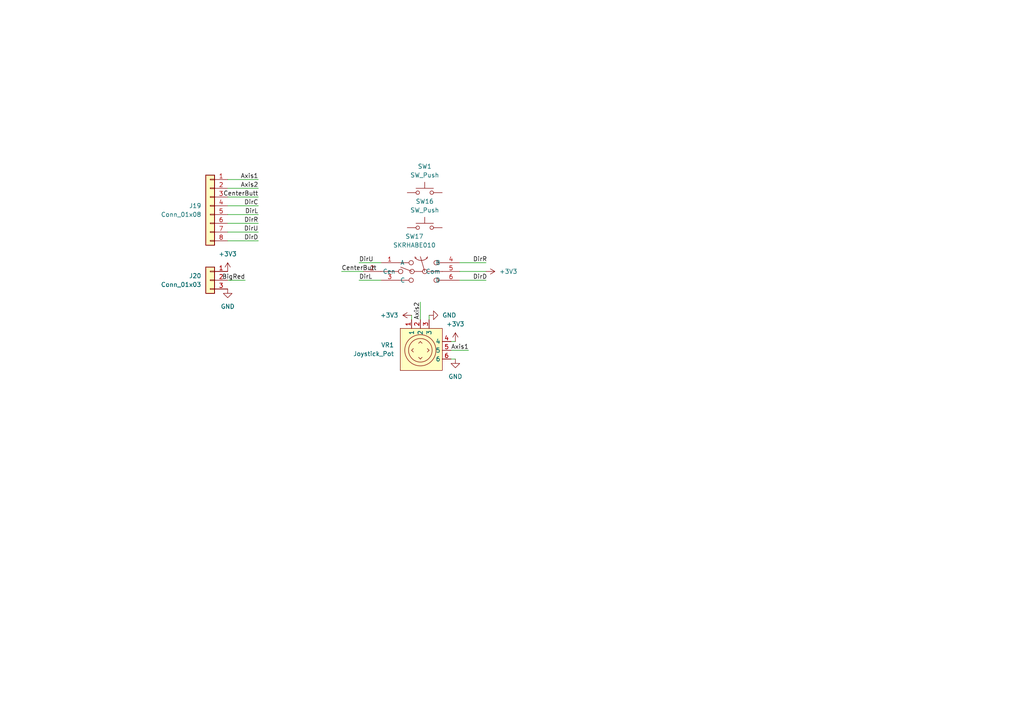
<source format=kicad_sch>
(kicad_sch (version 20211123) (generator eeschema)
  (paper "A4")
  (title_block (title "Face Plate") (date "2022-10-10") (rev "v0.1"))
  (lib_symbols
    (symbol "Connector_Generic:Conn_01x03" (pin_names (offset 1.016) hide)
      (property "Reference" "J" (at 0 5.08 0))
      (property "Value" "Conn_01x03" (at 0 -5.08 0))
      (symbol "Conn_01x03_1_1"
        (rectangle (start -1.27 -2.413) (end 0 -2.667) (stroke (width 0.1524)))
        (rectangle (start -1.27 0.127) (end 0 -0.127) (stroke (width 0.1524)))
        (rectangle (start -1.27 2.667) (end 0 2.413) (stroke (width 0.1524)))
        (rectangle (start -1.27 3.81) (end 1.27 -3.81) (stroke (width 0.254)) (fill (type background)))
        (pin passive line (at -5.08 2.54 0) (length 3.81) (name "Pin_1") (number "1"))
        (pin passive line (at -5.08 0 0) (length 3.81) (name "Pin_2") (number "2"))
        (pin passive line (at -5.08 -2.54 0) (length 3.81) (name "Pin_3") (number "3"))
      )
    )
    (symbol "Connector_Generic:Conn_01x08" (pin_names (offset 1.016) hide)
      (property "Reference" "J" (at 0 10.16 0))
      (property "Value" "Conn_01x08" (at 0 -12.7 0))
      (symbol "Conn_01x08_1_1"
        (rectangle (start -1.27 -10.033) (end 0 -10.287) (stroke (width 0.1524)))
        (rectangle (start -1.27 -7.493) (end 0 -7.747) (stroke (width 0.1524)))
        (rectangle (start -1.27 -4.953) (end 0 -5.207) (stroke (width 0.1524)))
        (rectangle (start -1.27 -2.413) (end 0 -2.667) (stroke (width 0.1524)))
        (rectangle (start -1.27 0.127) (end 0 -0.127) (stroke (width 0.1524)))
        (rectangle (start -1.27 2.667) (end 0 2.413) (stroke (width 0.1524)))
        (rectangle (start -1.27 5.207) (end 0 4.953) (stroke (width 0.1524)))
        (rectangle (start -1.27 7.747) (end 0 7.493) (stroke (width 0.1524)))
        (rectangle (start -1.27 8.89) (end 1.27 -11.43) (stroke (width 0.254)) (fill (type background)))
        (pin passive line (at -5.08 7.62 0) (length 3.81) (name "Pin_1") (number "1"))
        (pin passive line (at -5.08 5.08 0) (length 3.81) (name "Pin_2") (number "2"))
        (pin passive line (at -5.08 2.54 0) (length 3.81) (name "Pin_3") (number "3"))
        (pin passive line (at -5.08 0 0) (length 3.81) (name "Pin_4") (number "4"))
        (pin passive line (at -5.08 -2.54 0) (length 3.81) (name "Pin_5") (number "5"))
        (pin passive line (at -5.08 -5.08 0) (length 3.81) (name "Pin_6") (number "6"))
        (pin passive line (at -5.08 -7.62 0) (length 3.81) (name "Pin_7") (number "7"))
        (pin passive line (at -5.08 -10.16 0) (length 3.81) (name "Pin_8") (number "8"))
      )
    )
    (symbol "Personal:Joystick_Pot"
      (property "Reference" "VR" (at -5.588 7.62 0))
      (property "Value" "Joystick_Pot" (at 0 -7.62 0))
      (symbol "Joystick_Pot_0_1"
        (rectangle (start -5.842 6.35) (end 6.35 -5.842) (fill (type background)))
        (polyline (pts (xy -2.54 0) (xy -2.032 -0.508)))
        (polyline (pts (xy -2.54 0) (xy -2.032 0.508)))
        (polyline (pts (xy 0 -2.54) (xy -0.508 -2.032)))
        (polyline (pts (xy 0 -2.54) (xy 0.508 -2.032)))
        (polyline (pts (xy 0 2.54) (xy -0.508 2.032)))
        (polyline (pts (xy 0 2.54) (xy 0.508 2.032)))
        (polyline (pts (xy 2.54 0) (xy 2.032 -0.508)))
        (polyline (pts (xy 2.54 0) (xy 2.032 0.508)))
        (circle (center 0 0) (radius 3.4172))
        (circle (center 0 0) (radius 4.5223))
      )
      (symbol "Joystick_Pot_1_1"
        (pin input line (at -2.54 8.89 270) (length 2.54) (name "1") (number "1"))
        (pin input line (at 0 8.89 270) (length 2.54) (name "2") (number "2"))
        (pin input line (at 2.54 8.89 270) (length 2.54) (name "3") (number "3"))
        (pin input line (at 8.89 2.54 180) (length 2.54) (name "4") (number "4"))
        (pin input line (at 8.89 0 180) (length 2.54) (name "5") (number "5"))
        (pin input line (at 8.89 -2.54 180) (length 2.54) (name "6") (number "6"))
      )
    )
    (symbol "Personal:SKRHABE010"
      (property "Reference" "SW" (at 0 6.35 0))
      (property "Value" "SKRHABE010" (at 0 -5.334 0))
      (symbol "SKRHABE010_0_0"
        (circle (center -6.985 0) (radius 0.635))
        (circle (center -3.937 -2.54) (radius 0.635))
        (circle (center -3.937 2.54) (radius 0.635))
        (polyline (pts (xy -4.699 2.54) (xy -7.62 2.54)))
        (polyline (pts (xy -4.572 -2.54) (xy -7.62 -2.54)))
        (polyline (pts (xy 0 0) (xy -1.27 4.318)))
        (polyline (pts (xy 0.635 0) (xy 5.08 0)))
        (polyline (pts (xy 3.937 -2.54) (xy 5.08 -2.54)))
        (polyline (pts (xy 3.937 2.54) (xy 5.08 2.54)))
        (circle (center 0 0) (radius 0.635))
        (circle (center 3.302 -2.54) (radius 0.635))
        (circle (center 3.302 2.54) (radius 0.635))
      )
      (symbol "SKRHABE010_0_1"
        (circle (center -3.683 0) (radius 0.635))
        (arc (start -2.794 3.937) (mid -1.016 -0.3563) (end 0.762 3.937))
        (polyline (pts (xy -7.62 0) (xy -12.7 0)))
        (polyline (pts (xy -3.683 0) (xy -6.985 1.27)))
        (polyline (pts (xy -2.794 3.937) (xy -2.794 4.318)))
        (polyline (pts (xy -2.794 3.937) (xy -2.413 3.937)))
        (polyline (pts (xy -0.635 0) (xy -3.048 0)))
        (polyline (pts (xy 0.762 3.937) (xy 0.762 4.318) (xy 0.762 3.937) (xy 0.381 3.937) (xy 0.381 3.937)))
        (pin passive line (at -12.7 2.54 0) (length 5.08) (name "A") (number "1"))
        (pin passive line (at -17.78 0 0) (length 5.08) (name "Cen") (number "2"))
        (pin passive line (at -12.7 -2.54 0) (length 5.08) (name "C") (number "3"))
        (pin passive line (at 10.16 2.54 180) (length 5.08) (name "B") (number "4"))
        (pin passive line (at 10.16 0 180) (length 5.08) (name "Com") (number "5"))
        (pin passive line (at 10.16 -2.54 180) (length 5.08) (name "D") (number "6"))
      )
    )
    (symbol "Switch:SW_Push" (pin_numbers hide) (pin_names (offset 1.016) hide)
      (property "Reference" "SW" (at 1.27 2.54 0))
      (property "Value" "SW_Push" (at 0 -1.524 0))
      (symbol "SW_Push_0_1"
        (circle (center -2.032 0) (radius 0.508))
        (polyline (pts (xy 0 1.27) (xy 0 3.048)))
        (polyline (pts (xy 2.54 1.27) (xy -2.54 1.27)))
        (circle (center 2.032 0) (radius 0.508))
        (pin passive line (at -5.08 0 0) (length 2.54) (name "1") (number "1"))
        (pin passive line (at 5.08 0 180) (length 2.54) (name "2") (number "2"))
      )
    )
    (symbol "power:+3V3" (power) (pin_names (offset 0))
      (property "Value" "+3V3" (at 0 3.556 0))
      (symbol "+3V3_0_1"
        (polyline (pts (xy -0.762 1.27) (xy 0 2.54)))
        (polyline (pts (xy 0 0) (xy 0 2.54)))
        (polyline (pts (xy 0 2.54) (xy 0.762 1.27)))
      )
      (symbol "+3V3_1_1"
        (pin power_in line (at 0 0 90) (length 0) hide (name "+3V3") (number "1"))
      )
    )
    (symbol "power:GND" (power) (pin_names (offset 0))
      (property "Value" "GND" (at 0 -3.81 0))
      (symbol "GND_0_1"
        (polyline (pts (xy 0 0) (xy 0 -1.27) (xy 1.27 -1.27) (xy 0 -2.54) (xy -1.27 -1.27) (xy 0 -1.27)))
      )
      (symbol "GND_1_1"
        (pin power_in line (at 0 0 270) (length 0) hide (name "GND") (number "1"))
      )
    )
  )
  (wire (pts (xy 130.81 101.6) (xy 135.89 101.6)))
  (wire (pts (xy 133.35 81.28) (xy 140.97 81.28)))
  (wire (pts (xy 124.46 91.44) (xy 124.46 92.71)))
  (wire (pts (xy 133.35 76.2) (xy 140.97 76.2)))
  (wire (pts (xy 130.81 104.14) (xy 132.08 104.14)))
  (wire (pts (xy 121.92 87.63) (xy 121.92 92.71)))
  (wire (pts (xy 119.38 91.44) (xy 119.38 92.71)))
  (wire (pts (xy 99.06 78.74) (xy 105.41 78.74)))
  (wire (pts (xy 104.14 81.28) (xy 110.49 81.28)))
  (wire (pts (xy 74.93 69.85) (xy 66.04 69.85)))
  (wire (pts (xy 74.93 54.61) (xy 66.04 54.61)))
  (wire (pts (xy 74.93 62.23) (xy 66.04 62.23)))
  (wire (pts (xy 104.14 76.2) (xy 110.49 76.2)))
  (wire (pts (xy 133.35 78.74) (xy 140.97 78.74)))
  (wire (pts (xy 74.93 57.15) (xy 66.04 57.15)))
  (wire (pts (xy 130.81 99.06) (xy 132.08 99.06)))
  (wire (pts (xy 71.12 81.28) (xy 66.04 81.28)))
  (wire (pts (xy 74.93 64.77) (xy 66.04 64.77)))
  (wire (pts (xy 74.93 67.31) (xy 66.04 67.31)))
  (wire (pts (xy 74.93 52.07) (xy 66.04 52.07)))
  (wire (pts (xy 74.93 59.69) (xy 66.04 59.69)))
  (label "Axis1" (at 130.81 101.6 0))
  (label "Axis2" (at 74.93 54.61 180))
  (label "DirU" (at 74.93 67.31 180))
  (label "BigRed" (at 71.12 81.28 180))
  (label "DirR" (at 74.93 64.77 180))
  (label "DirD" (at 74.93 69.85 180))
  (label "DirL" (at 74.93 62.23 180))
  (label "DirR" (at 137.16 76.2 0))
  (label "DirC" (at 74.93 59.69 180))
  (label "DirU" (at 104.14 76.2 0))
  (label "DirL" (at 104.14 81.28 0))
  (label "CenterButt" (at 99.06 78.74 0))
  (label "Axis1" (at 74.93 52.07 180))
  (label "DirD" (at 137.16 81.28 0))
  (label "Axis2" (at 121.92 92.71 90))
  (label "CenterButt" (at 74.93 57.15 180))
  (symbol (lib_id "power:GND") (at 132.08 104.14 0) (unit 1)
    (property "Reference" "#PWR0194" (effects hide))
    (property "Value" "GND" (at 132.08 109.22 0))
  )
  (symbol (lib_id "Switch:SW_Push") (at 123.19 66.04 0) (unit 1)
    (property "Reference" "SW16" (at 123.19 58.42 0))
    (property "Value" "SW_Push" (at 123.19 60.96 0))
    (property "Footprint" "Personal:PS1024AL" (effects hide))
  )
  (symbol (lib_id "Connector_Generic:Conn_01x08") (at 60.96 59.69 0) (mirror y) (unit 1)
    (property "Reference" "J19" (at 58.42 59.6899 0) (effects (justify left)))
    (property "Value" "Conn_01x08" (at 58.42 62.2299 0) (effects (justify left)))
    (property "Footprint" "Connector_JST:JST_PH_S8B-PH-K_1x08_P2.00mm_Horizontal" (effects hide))
  )
  (symbol (lib_id "power:GND") (at 124.46 91.44 90) (unit 1)
    (property "Reference" "#PWR0195" (effects hide))
    (property "Value" "GND" (at 128.27 91.4399 90) (effects (justify right)))
  )
  (symbol (lib_id "Personal:SKRHABE010") (at 123.19 78.74 0) (unit 1)
    (property "Reference" "SW17" (at 120.2055 68.58 0))
    (property "Value" "SKRHABE010" (at 120.2055 71.12 0))
    (property "Footprint" "Personal:SKRHABE010" (effects hide))
    (property "Datasheet" "https://www.mouser.be/datasheet/2/15/SKRH-1370966.pdf" (effects hide))
  )
  (symbol (lib_id "power:GND") (at 66.04 83.82 0) (mirror y) (unit 1)
    (property "Reference" "#PWR0188" (effects hide))
    (property "Value" "GND" (at 66.04 88.9 0))
  )
  (symbol (lib_id "Connector_Generic:Conn_01x03") (at 60.96 81.28 0) (mirror y) (unit 1)
    (property "Reference" "J20" (at 58.42 80.0099 0) (effects (justify left)))
    (property "Value" "Conn_01x03" (at 58.42 82.5499 0) (effects (justify left)))
    (property "Footprint" "Connector_JST:JST_PH_B3B-PH-K_1x03_P2.00mm_Vertical" (effects hide))
  )
  (symbol (lib_id "power:+3V3") (at 119.38 91.44 90) (unit 1)
    (property "Reference" "#PWR0196" (effects hide))
    (property "Value" "+3V3" (at 115.57 91.4399 90) (effects (justify left)))
  )
  (symbol (lib_id "Personal:Joystick_Pot") (at 121.92 101.6 0) (unit 1)
    (property "Reference" "VR1" (at 114.3 100.0759 0) (effects (justify right)))
    (property "Value" "Joystick_Pot" (at 114.3 102.6159 0) (effects (justify right)))
    (property "Footprint" "Personal:RKJXV1220" (effects hide))
  )
  (symbol (lib_id "Switch:SW_Push") (at 123.19 55.88 0) (unit 1)
    (property "Reference" "SW1" (at 123.19 48.26 0))
    (property "Value" "SW_Push" (at 123.19 50.8 0))
    (property "Footprint" "Button_Switch_THT:SW_PUSH-12mm_Wuerth-430476085716" (effects hide))
  )
  (symbol (lib_id "power:+3V3") (at 66.04 78.74 0) (mirror y) (unit 1)
    (property "Reference" "#PWR0187" (effects hide))
    (property "Value" "+3V3" (at 66.04 73.66 0))
  )
  (symbol (lib_id "power:+3V3") (at 132.08 99.06 0) (unit 1)
    (property "Reference" "#PWR0193" (effects hide))
    (property "Value" "+3V3" (at 132.08 93.98 0))
  )
  (symbol (lib_id "power:+3V3") (at 140.97 78.74 270) (unit 1)
    (property "Reference" "#PWR0192" (effects hide))
    (property "Value" "+3V3" (at 144.78 78.7399 90) (effects (justify left)))
  )
)
</source>
